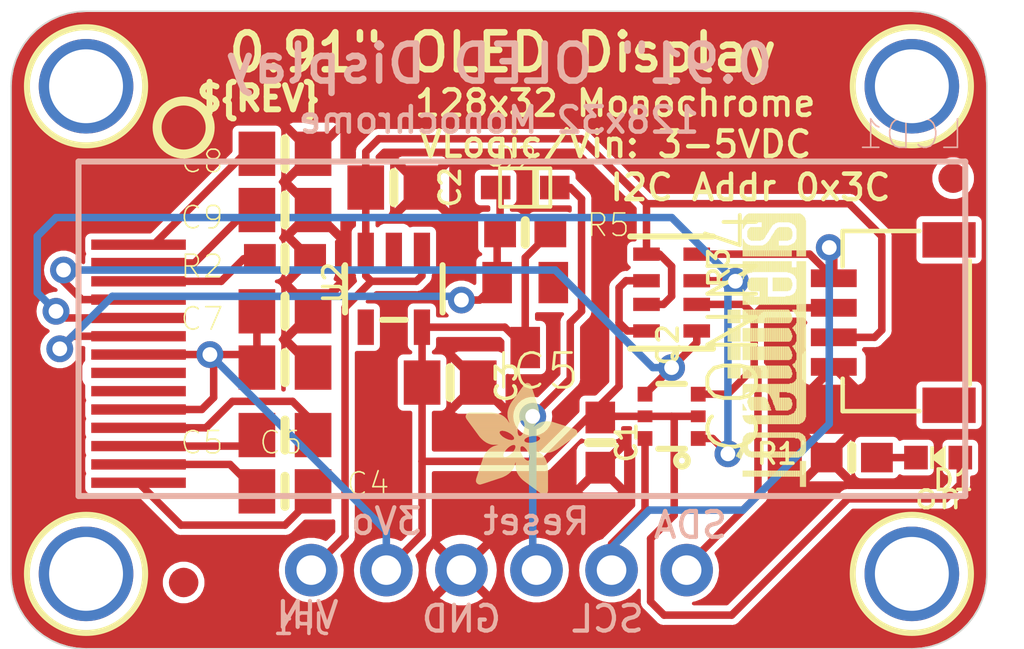
<source format=kicad_pcb>
(kicad_pcb (version 20221018) (generator pcbnew)
  (layers (0 "F.Cu" signal) (31 "B.Cu" signal) (34 "B.Paste" user) (35 "F.Paste" user) (36 "B.SilkS" user "B.Silkscreen") (37 "F.SilkS" user "F.Silkscreen") (38 "B.Mask" user) (39 "F.Mask" user) (44 "Edge.Cuts" user))
  (net 0 "")
  (net 1 "GND")
  (net 2 "SDA")
  (net 3 "SCL")
  (net 4 "SCL_3V")
  (net 5 "SDA_3V")
  (net 6 "3.3V")
  (net 7 "VCC")
  (net 8 "N$2")
  (net 9 "VBREF")
  (net 10 "N$1")
  (net 11 "N$3")
  (net 12 "N$4")
  (net 13 "N$5")
  (net 14 "N$6")
  (net 15 "N$7")
  (net 16 "N$8")
  (net 17 "RESET")
  (net 18 "RES_3V")
  (footprint "working:0603-NO" (layer "F.Cu") (at 141.2621 102.5906 180)
    (fp_text reference "R2" (at 2.032 -0.254) (layer "F.SilkS") (effects (font (size 0.75948 0.75948) (thickness 0.05332)) (justify right)))
    (fp_text value "390K")
    (pad "1" smd rect (at -0.85 0 180) (size 1.075 1) (layers "F.Cu" "F.Paste" "F.Mask") (net 1 "GND"))
    (pad "2" smd rect (at 0.85 0 180) (size 1.075 1) (layers "F.Cu" "F.Paste" "F.Mask") (net 15 "N$7"))
  )
  (footprint "working:0603-NO" (layer "F.Cu") (at 149.3901 101.7016)
    (fp_text reference "R5" (at 2.032 -0.254) (layer "F.SilkS") (effects (font (size 0.75948 0.75948) (thickness 0.05332)) (justify left)))
    (fp_text value "10K")
    (pad "1" smd rect (at -0.85 0) (size 1.075 1) (layers "F.Cu" "F.Paste" "F.Mask") (net 18 "RES_3V"))
    (pad "2" smd rect (at 0.85 0) (size 1.075 1) (layers "F.Cu" "F.Paste" "F.Mask") (net 6 "3.3V"))
  )
  (footprint "working:MOUNTINGHOLE_2.5_PLATED" (layer "F.Cu") (at 134.5311 96.7486 180)
    (fp_text reference "U$21" hide)
    (fp_text value "MOUNTINGHOLE2.5" hide)
    (pad "P$1" thru_hole circle (at 0 0 180) (size 3.2 3.2) (drill 2.5) (layers "*.Cu" "*.Mask"))
    (zone (net 0) (net_name "") (layer "F.Cu") (connect_pads (clearance 0)) (min_thickness 0.25)
      (keepout (tracks not_allowed) (vias not_allowed) (pads not_allowed) (copperpour not_allowed) (footprints allowed))
      (fill (thermal_gap 0.5) (thermal_bridge_width 0.5))
      (polygon (pts (xy 132.5151 96.7486) (xy 132.53472 97.029173) (xy 132.593196 97.304285) (xy 132.689392 97.568581) (xy 132.821435 97.816917) (xy 132.986754 98.04446) (xy 133.182133 98.24678) (xy 133.403767 98.41994) (xy 133.647344 98.560569) (xy 133.908122 98.66593) (xy 134.181025 98.733972) (xy 134.460743 98.763372) (xy 134.741829 98.753556) (xy 135.018815 98.704716) (xy 135.286307 98.617803) (xy 135.5391 98.494507) (xy 135.772274 98.33723) (xy 135.981289 98.149031) (xy 136.162078 97.933575) (xy 136.311122 97.695055) (xy 136.42552 97.438113) (xy 136.503046 97.16775) (xy 136.542189 96.889229) (xy 136.542189 96.607971) (xy 136.503046 96.32945) (xy 136.42552 96.059087) (xy 136.311122 95.802145) (xy 136.162078 95.563625) (xy 135.981289 95.348169) (xy 135.772274 95.15997) (xy 135.5391 95.002693) (xy 135.286307 94.879397) (xy 135.018815 94.792484) (xy 134.741829 94.743644) (xy 134.460743 94.733828) (xy 134.181025 94.763228) (xy 133.908122 94.83127) (xy 133.647344 94.936631) (xy 133.403767 95.07726) (xy 133.182133 95.25042) (xy 132.986754 95.45274) (xy 132.821435 95.680283) (xy 132.689392 95.928619) (xy 132.593196 96.192915) (xy 132.53472 96.468027)))
      (polygon (pts (xy 134.5471 96.7486) (xy 134.542414 96.737286) (xy 134.5311 96.7326) (xy 134.519786 96.737286) (xy 134.5151 96.7486) (xy 134.519786 96.759914) (xy 134.5311 96.7646) (xy 134.542414 96.759914)))
    )
  )
  (footprint "working:0805-NO" (layer "F.Cu") (at 146.8501 106.7816)
    (fp_text reference "C3" (at 1.905 -0.762 90) (layer "F.SilkS") (effects (font (size 0.692831 0.692831) (thickness 0.119969)) (justify right)))
    (fp_text value "10uF")
    (pad "1" smd rect (at -0.95 0) (size 1.24 1.5) (layers "F.Cu" "F.Paste" "F.Mask") (net 6 "3.3V"))
    (pad "2" smd rect (at 0.95 0) (size 1.24 1.5) (layers "F.Cu" "F.Paste" "F.Mask") (net 1 "GND"))
  )
  (footprint "working:CHIPLED_0603_NOOUTLINE" (layer "F.Cu") (at 163.3601 109.3216 90)
    (fp_text reference "D1" (at -0.762 1.27) (layer "F.SilkS") (effects (font (size 0.692831 0.692831) (thickness 0.119969)) (justify right)))
    (fp_text value "GREEN")
    (pad "A" smd rect (at 0 0.75 90) (size 0.8 0.8) (layers "F.Cu" "F.Paste" "F.Mask") (net 6 "3.3V"))
    (pad "C" smd rect (at 0 -0.75 90) (size 0.8 0.8) (layers "F.Cu" "F.Paste" "F.Mask") (net 8 "N$2"))
  )
  (footprint "working:FIDUCIAL_1MM" (layer "F.Cu") (at 163.8681 99.8601 180)
    (fp_text reference "FID3" hide)
    (fp_text value "FIDUCIAL_1MM" hide)
    (pad "1" smd roundrect (at 0 0 180) (size 1 1) (layers "F.Cu" "F.Mask") (roundrect_rratio 0.5))
  )
  (footprint "working:0805-NO" (layer "F.Cu") (at 141.2621 108.5596 180)
    (fp_text reference "C5" (at 2.032 -0.254) (layer "F.SilkS") (effects (font (size 0.75948 0.75948) (thickness 0.05332)) (justify right)))
    (fp_text value "1uF")
    (pad "1" smd rect (at -0.95 0 180) (size 1.24 1.5) (layers "F.Cu" "F.Paste" "F.Mask") (net 13 "N$5"))
    (pad "2" smd rect (at 0.95 0 180) (size 1.24 1.5) (layers "F.Cu" "F.Paste" "F.Mask") (net 12 "N$4"))
  )
  (footprint "working:ADAFRUIT_3.5MM" (layer "F.Cu") (at 147.3581 110.5916)
    (fp_text reference "U$22" hide)
    (fp_text value "" hide)
  )
  (footprint "working:0805-NO" (layer "F.Cu") (at 141.2621 110.4646)
    (fp_text reference "C4" (at 2.032 -0.254) (layer "F.SilkS") (effects (font (size 0.75948 0.75948) (thickness 0.05332)) (justify left)))
    (fp_text value "1uF")
    (pad "1" smd rect (at -0.95 0) (size 1.24 1.5) (layers "F.Cu" "F.Paste" "F.Mask") (net 11 "N$3"))
    (pad "2" smd rect (at 0.95 0) (size 1.24 1.5) (layers "F.Cu" "F.Paste" "F.Mask") (net 10 "N$1"))
  )
  (footprint "working:0805-NO" (layer "F.Cu") (at 141.2621 100.9396 180)
    (fp_text reference "C9" (at 2.032 -0.254) (layer "F.SilkS") (effects (font (size 0.75948 0.75948) (thickness 0.05332)) (justify right)))
    (fp_text value "10uF")
    (pad "1" smd rect (at -0.95 0 180) (size 1.24 1.5) (layers "F.Cu" "F.Paste" "F.Mask") (net 1 "GND"))
    (pad "2" smd rect (at 0.95 0 180) (size 1.24 1.5) (layers "F.Cu" "F.Paste" "F.Mask") (net 14 "N$6"))
  )
  (footprint "working:MOUNTINGHOLE_2.5_PLATED" (layer "F.Cu") (at 162.4711 96.7486 180)
    (fp_text reference "U$19" hide)
    (fp_text value "MOUNTINGHOLE2.5" hide)
    (pad "P$1" thru_hole circle (at 0 0 180) (size 3.2 3.2) (drill 2.5) (layers "*.Cu" "*.Mask"))
    (zone (net 0) (net_name "") (layer "F.Cu") (connect_pads (clearance 0)) (min_thickness 0.25)
      (keepout (tracks not_allowed) (vias not_allowed) (pads not_allowed) (copperpour not_allowed) (footprints allowed))
      (fill (thermal_gap 0.5) (thermal_bridge_width 0.5))
      (polygon (pts (xy 160.4551 96.7486) (xy 160.47472 97.029173) (xy 160.533196 97.304285) (xy 160.629392 97.568581) (xy 160.761435 97.816917) (xy 160.926754 98.04446) (xy 161.122133 98.24678) (xy 161.343767 98.41994) (xy 161.587344 98.560569) (xy 161.848122 98.66593) (xy 162.121025 98.733972) (xy 162.400743 98.763372) (xy 162.681829 98.753556) (xy 162.958815 98.704716) (xy 163.226307 98.617803) (xy 163.4791 98.494507) (xy 163.712274 98.33723) (xy 163.921289 98.149031) (xy 164.102078 97.933575) (xy 164.251122 97.695055) (xy 164.36552 97.438113) (xy 164.443046 97.16775) (xy 164.482189 96.889229) (xy 164.482189 96.607971) (xy 164.443046 96.32945) (xy 164.36552 96.059087) (xy 164.251122 95.802145) (xy 164.102078 95.563625) (xy 163.921289 95.348169) (xy 163.712274 95.15997) (xy 163.4791 95.002693) (xy 163.226307 94.879397) (xy 162.958815 94.792484) (xy 162.681829 94.743644) (xy 162.400743 94.733828) (xy 162.121025 94.763228) (xy 161.848122 94.83127) (xy 161.587344 94.936631) (xy 161.343767 95.07726) (xy 161.122133 95.25042) (xy 160.926754 95.45274) (xy 160.761435 95.680283) (xy 160.629392 95.928619) (xy 160.533196 96.192915) (xy 160.47472 96.468027)))
      (polygon (pts (xy 162.4871 96.7486) (xy 162.482414 96.737286) (xy 162.4711 96.7326) (xy 162.459786 96.737286) (xy 162.4551 96.7486) (xy 162.459786 96.759914) (xy 162.4711 96.7646) (xy 162.482414 96.759914)))
    )
  )
  (footprint "working:JST_SH4" (layer "F.Cu") (at 162.3441 104.7496 90)
    (fp_text reference "CONN4" (at -4.6 -5.9 90) (layer "F.SilkS") (effects (font (size 1.647139 1.647139) (thickness 0.130861)) (justify left)))
    (fp_text value "STEMMA_I2C_QT" hide)
    (pad "1" smd rect (at -1.5 -2.514 180) (size 1.55 0.6) (layers "F.Cu" "F.Paste" "F.Mask") (net 1 "GND"))
    (pad "2" smd rect (at -0.5 -2.514 180) (size 1.55 0.6) (layers "F.Cu" "F.Paste" "F.Mask") (net 7 "VCC"))
    (pad "3" smd rect (at 0.5 -2.514 180) (size 1.55 0.6) (layers "F.Cu" "F.Paste" "F.Mask") (net 2 "SDA"))
    (pad "4" smd rect (at 1.5 -2.514 180) (size 1.55 0.6) (layers "F.Cu" "F.Paste" "F.Mask") (net 3 "SCL"))
    (pad "MT1" smd rect (at -2.8 1.386 180) (size 1.8 1.2) (layers "F.Cu" "F.Paste" "F.Mask"))
    (pad "MT2" smd rect (at 2.8 1.386 180) (size 1.8 1.2) (layers "F.Cu" "F.Paste" "F.Mask"))
  )
  (footprint "working:SOT23-5" (layer "F.Cu") (at 144.9451 103.6066 180)
    (fp_text reference "U2" (at 2.032 -0.562 90) (layer "F.SilkS") (effects (font (size 0.692831 0.692831) (thickness 0.119969)) (justify left)))
    (fp_text value "AP2112K-3.3")
    (pad "1" smd rect (at -0.95 1.3001 180) (size 0.55 1.2) (layers "F.Cu" "F.Paste" "F.Mask") (net 7 "VCC"))
    (pad "2" smd rect (at 0 1.3001 180) (size 0.55 1.2) (layers "F.Cu" "F.Paste" "F.Mask") (net 1 "GND"))
    (pad "3" smd rect (at 0.95 1.3001 180) (size 0.55 1.2) (layers "F.Cu" "F.Paste" "F.Mask") (net 7 "VCC"))
    (pad "4" smd rect (at 0.95 -1.3001 180) (size 0.55 1.2) (layers "F.Cu" "F.Paste" "F.Mask"))
    (pad "5" smd rect (at -0.95 -1.3001 180) (size 0.55 1.2) (layers "F.Cu" "F.Paste" "F.Mask") (net 6 "3.3V"))
  )
  (footprint "working:SOT363" (layer "F.Cu") (at 154.3431 107.9246 90)
    (fp_text reference "Q2" (at 1.651 -0.127 90) (layer "F.SilkS") (effects (font (size 0.692831 0.692831) (thickness 0.119969)) (justify left)))
    (fp_text value "BSS138")
    (pad "1" smd rect (at -0.75 0.9 90) (size 0.5 0.5) (layers "F.Cu" "F.Paste" "F.Mask") (net 4 "SCL_3V"))
    (pad "2" smd rect (at 0 0.9 90) (size 0.4 0.5) (layers "F.Cu" "F.Paste" "F.Mask") (net 6 "3.3V"))
    (pad "3" smd rect (at 0.75 0.9 90) (size 0.5 0.5) (layers "F.Cu" "F.Paste" "F.Mask") (net 2 "SDA"))
    (pad "4" smd rect (at 0.75 -0.9 90) (size 0.5 0.5) (layers "F.Cu" "F.Paste" "F.Mask") (net 5 "SDA_3V"))
    (pad "5" smd rect (at 0 -0.9 90) (size 0.4 0.5) (layers "F.Cu" "F.Paste" "F.Mask") (net 6 "3.3V"))
    (pad "6" smd rect (at -0.75 -0.9 90) (size 0.5 0.5) (layers "F.Cu" "F.Paste" "F.Mask") (net 3 "SCL"))
  )
  (footprint "working:SOD-323F" (layer "F.Cu") (at 149.3901 100.1776)
    (fp_text reference "D2" (at -1.1 -1) (layer "F.SilkS") (effects (font (size 0.752978 0.752978) (thickness 0.059822)) (justify left)))
    (fp_text value "1N4148")
    (pad "A" smd rect (at -1 0) (size 1 0.8) (layers "F.Cu" "F.Paste" "F.Mask") (net 18 "RES_3V"))
    (pad "C" smd rect (at 1 0) (size 1 0.8) (layers "F.Cu" "F.Paste" "F.Mask") (net 17 "RESET"))
  )
  (footprint "working:RESPACK_4X0603" (layer "F.Cu") (at 154.3431 103.7336 -90)
    (fp_text reference "R3" (at -1.6 -1.6 90) (layer "F.SilkS") (effects (font (size 0.692831 0.692831) (thickness 0.119969)) (justify right)))
    (fp_text value "10K")
    (pad "1" smd rect (at -1.3 0.85 270) (size 0.45 0.9) (layers "F.Cu" "F.Paste" "F.Mask") (net 7 "VCC"))
    (pad "2" smd rect (at -0.4 0.85 270) (size 0.45 0.9) (layers "F.Cu" "F.Paste" "F.Mask") (net 6 "3.3V"))
    (pad "3" smd rect (at 0.4 0.85 270) (size 0.45 0.9) (layers "F.Cu" "F.Paste" "F.Mask") (net 7 "VCC"))
    (pad "4" smd rect (at 1.3 0.85 270) (size 0.45 0.9) (layers "F.Cu" "F.Paste" "F.Mask") (net 6 "3.3V"))
    (pad "5" smd rect (at 1.3 -0.85 270) (size 0.45 0.9) (layers "F.Cu" "F.Paste" "F.Mask") (net 5 "SDA_3V"))
    (pad "6" smd rect (at 0.4 -0.85 270) (size 0.45 0.9) (layers "F.Cu" "F.Paste" "F.Mask") (net 2 "SDA"))
    (pad "7" smd rect (at -0.4 -0.85 270) (size 0.45 0.9) (layers "F.Cu" "F.Paste" "F.Mask") (net 4 "SCL_3V"))
    (pad "8" smd rect (at -1.3 -0.85 270) (size 0.45 0.9) (layers "F.Cu" "F.Paste" "F.Mask") (net 3 "SCL"))
  )
  (footprint "working:FIDUCIAL_1MM" (layer "F.Cu") (at 137.8331 113.5507 180)
    (fp_text reference "FID4" hide)
    (fp_text value "FIDUCIAL_1MM" hide)
    (pad "1" smd roundrect (at 0 0 180) (size 1 1) (layers "F.Cu" "F.Mask") (roundrect_rratio 0.5))
  )
  (footprint "working:MOUNTINGHOLE_2.5_PLATED" (layer "F.Cu") (at 134.5311 113.2586 180)
    (fp_text reference "U$17" hide)
    (fp_text value "MOUNTINGHOLE2.5" hide)
    (pad "P$1" thru_hole circle (at 0 0 180) (size 3.2 3.2) (drill 2.5) (layers "*.Cu" "*.Mask"))
    (zone (net 0) (net_name "") (layer "F.Cu") (connect_pads (clearance 0)) (min_thickness 0.25)
      (keepout (tracks not_allowed) (vias not_allowed) (pads not_allowed) (copperpour not_allowed) (footprints allowed))
      (fill (thermal_gap 0.5) (thermal_bridge_width 0.5))
      (polygon (pts (xy 132.5151 113.2586) (xy 132.53472 113.539173) (xy 132.593196 113.814285) (xy 132.689392 114.078581) (xy 132.821435 114.326917) (xy 132.986754 114.55446) (xy 133.182133 114.75678) (xy 133.403767 114.92994) (xy 133.647344 115.070569) (xy 133.908122 115.17593) (xy 134.181025 115.243972) (xy 134.460743 115.273372) (xy 134.741829 115.263556) (xy 135.018815 115.214716) (xy 135.286307 115.127803) (xy 135.5391 115.004507) (xy 135.772274 114.84723) (xy 135.981289 114.659031) (xy 136.162078 114.443575) (xy 136.311122 114.205055) (xy 136.42552 113.948113) (xy 136.503046 113.67775) (xy 136.542189 113.399229) (xy 136.542189 113.117971) (xy 136.503046 112.83945) (xy 136.42552 112.569087) (xy 136.311122 112.312145) (xy 136.162078 112.073625) (xy 135.981289 111.858169) (xy 135.772274 111.66997) (xy 135.5391 111.512693) (xy 135.286307 111.389397) (xy 135.018815 111.302484) (xy 134.741829 111.253644) (xy 134.460743 111.243828) (xy 134.181025 111.273228) (xy 133.908122 111.34127) (xy 133.647344 111.446631) (xy 133.403767 111.58726) (xy 133.182133 111.76042) (xy 132.986754 111.96274) (xy 132.821435 112.190283) (xy 132.689392 112.438619) (xy 132.593196 112.702915) (xy 132.53472 112.978027)))
      (polygon (pts (xy 134.5471 113.2586) (xy 134.542414 113.247286) (xy 134.5311 113.2426) (xy 134.519786 113.247286) (xy 134.5151 113.2586) (xy 134.519786 113.269914) (xy 134.5311 113.2746) (xy 134.542414 113.269914)))
    )
  )
  (footprint "working:0603-NO" (layer "F.Cu") (at 160.4391 109.3216 180)
    (fp_text reference "R1" (at 1.778 0.127) (layer "F.SilkS") (effects (font (size 0.692831 0.692831) (thickness 0.119969)) (justify right)))
    (fp_text value "10K")
    (pad "1" smd rect (at -0.85 0 180) (size 1.075 1) (layers "F.Cu" "F.Paste" "F.Mask") (net 8 "N$2"))
    (pad "2" smd rect (at 0.85 0 180) (size 1.075 1) (layers "F.Cu" "F.Paste" "F.Mask") (net 1 "GND"))
  )
  (footprint "working:0603-NO" (layer "F.Cu") (at 151.9301 108.8136 -90)
    (fp_text reference "C1" (at -0.762 -0.889 90) (layer "F.SilkS") (effects (font (size 0.692831 0.692831) (thickness 0.119969)) (justify right)))
    (fp_text value "0.1uF")
    (pad "1" smd rect (at -0.85 0 270) (size 1.075 1) (layers "F.Cu" "F.Paste" "F.Mask") (net 6 "3.3V"))
    (pad "2" smd rect (at 0.85 0 270) (size 1.075 1) (layers "F.Cu" "F.Paste" "F.Mask") (net 1 "GND"))
  )
  (footprint "working:SOT23" (layer "F.Cu") (at 149.3901 104.4956 180)
    (fp_text reference "IC5" (at -1.905 -1.905) (layer "F.SilkS") (effects (font (size 1.176528 1.176528) (thickness 0.093472)) (justify right)))
    (fp_text value "APX803")
    (pad "1" smd rect (at -0.95 1.1 180) (size 1 1.4) (layers "F.Cu" "F.Paste" "F.Mask") (net 1 "GND"))
    (pad "2" smd rect (at 0.95 1.1 180) (size 1 1.4) (layers "F.Cu" "F.Paste" "F.Mask") (net 18 "RES_3V"))
    (pad "3" smd rect (at 0 -1.1 180) (size 1 1.4) (layers "F.Cu" "F.Paste" "F.Mask") (net 6 "3.3V"))
  )
  (footprint "working:PCBFEAT-REV-040" (layer "F.Cu") (at 137.8331 98.1456 180)
    (fp_text reference "U$25" hide)
    (fp_text value "" hide)
    (fp_text user "${REV}" (at -0.3556 0.508 180) (layer "F.SilkS") (effects (font (size 0.8128 0.8128) (thickness 0.2032)) (justify left bottom)))
  )
  (footprint "working:0805-NO" (layer "F.Cu") (at 144.9451 100.1776)
    (fp_text reference "C2" (at 1.905 -0.762 90) (layer "F.SilkS") (effects (font (size 0.692831 0.692831) (thickness 0.119969)) (justify right)))
    (fp_text value "10uF")
    (pad "1" smd rect (at -0.95 0) (size 1.24 1.5) (layers "F.Cu" "F.Paste" "F.Mask") (net 7 "VCC"))
    (pad "2" smd rect (at 0.95 0) (size 1.24 1.5) (layers "F.Cu" "F.Paste" "F.Mask") (net 1 "GND"))
  )
  (footprint "working:0805-NO" (layer "F.Cu") (at 141.2621 99.0346 180)
    (fp_text reference "C8" (at 2.032 -0.254) (layer "F.SilkS") (effects (font (size 0.75948 0.75948) (thickness 0.05332)) (justify right)))
    (fp_text value "10uF")
    (pad "1" smd rect (at -0.95 0 180) (size 1.24 1.5) (layers "F.Cu" "F.Paste" "F.Mask") (net 1 "GND"))
    (pad "2" smd rect (at 0.95 0 180) (size 1.24 1.5) (layers "F.Cu" "F.Paste" "F.Mask") (net 16 "N$8"))
  )
  (footprint "working:0805-NO" (layer "F.Cu") (at 141.2621 104.3686 180)
    (fp_text reference "C7" (at 2.032 -0.254) (layer "F.SilkS") (effects (font (size 0.75948 0.75948) (thickness 0.05332)) (justify right)))
    (fp_text value "1uF")
    (pad "1" smd rect (at -0.95 0 180) (size 1.24 1.5) (layers "F.Cu" "F.Paste" "F.Mask") (net 1 "GND"))
    (pad "2" smd rect (at 0.95 0 180) (size 1.24 1.5) (layers "F.Cu" "F.Paste" "F.Mask") (net 6 "3.3V"))
  )
  (footprint "working:STEMMAQT" (layer "F.Cu") (at 156.2481 101.0666 -90)
    (fp_text reference "U$31" hide)
    (fp_text value "" hide)
  )
  (footprint "working:0805-NO" (layer "F.Cu") (at 141.2621 106.2736 180)
    (fp_text reference "C6" (at -0.635 -2.54) (layer "F.SilkS") (effects (font (size 0.75948 0.75948) (thickness 0.05332)) (justify right)))
    (fp_text value "1uF")
    (pad "1" smd rect (at -0.95 0 180) (size 1.24 1.5) (layers "F.Cu" "F.Paste" "F.Mask") (net 1 "GND"))
    (pad "2" smd rect (at 0.95 0 180) (size 1.24 1.5) (layers "F.Cu" "F.Paste" "F.Mask") (net 6 "3.3V"))
  )
  (footprint "working:MOUNTINGHOLE_2.5_PLATED" (layer "F.Cu") (at 162.4711 113.2586 180)
    (fp_text reference "U$1" hide)
    (fp_text value "MOUNTINGHOLE2.5" hide)
    (pad "P$1" thru_hole circle (at 0 0 180) (size 3.2 3.2) (drill 2.5) (layers "*.Cu" "*.Mask"))
    (zone (net 0) (net_name "") (layer "F.Cu") (connect_pads (clearance 0)) (min_thickness 0.25)
      (keepout (tracks not_allowed) (vias not_allowed) (pads not_allowed) (copperpour not_allowed) (footprints allowed))
      (fill (thermal_gap 0.5) (thermal_bridge_width 0.5))
      (polygon (pts (xy 160.4551 113.2586) (xy 160.47472 113.539173) (xy 160.533196 113.814285) (xy 160.629392 114.078581) (xy 160.761435 114.326917) (xy 160.926754 114.55446) (xy 161.122133 114.75678) (xy 161.343767 114.92994) (xy 161.587344 115.070569) (xy 161.848122 115.17593) (xy 162.121025 115.243972) (xy 162.400743 115.273372) (xy 162.681829 115.263556) (xy 162.958815 115.214716) (xy 163.226307 115.127803) (xy 163.4791 115.004507) (xy 163.712274 114.84723) (xy 163.921289 114.659031) (xy 164.102078 114.443575) (xy 164.251122 114.205055) (xy 164.36552 113.948113) (xy 164.443046 113.67775) (xy 164.482189 113.399229) (xy 164.482189 113.117971) (xy 164.443046 112.83945) (xy 164.36552 112.569087) (xy 164.251122 112.312145) (xy 164.102078 112.073625) (xy 163.921289 111.858169) (xy 163.712274 111.66997) (xy 163.4791 111.512693) (xy 163.226307 111.389397) (xy 162.958815 111.302484) (xy 162.681829 111.253644) (xy 162.400743 111.243828) (xy 162.121025 111.273228) (xy 161.848122 111.34127) (xy 161.587344 111.446631) (xy 161.343767 111.58726) (xy 161.122133 111.76042) (xy 160.926754 111.96274) (xy 160.761435 112.190283) (xy 160.629392 112.438619) (xy 160.533196 112.702915) (xy 160.47472 112.978027)))
      (polygon (pts (xy 162.4871 113.2586) (xy 162.482414 113.247286) (xy 162.4711 113.2426) (xy 162.459786 113.247286) (xy 162.4551 113.2586) (xy 162.459786 113.269914) (xy 162.4711 113.2746) (xy 162.482414 113.269914)))
    )
  )
  (footprint "working:UG-2832HSWEG02_WRAPUNDER" (layer "B.Cu") (at 134.2771 104.8726 180)
    (fp_text reference "LCD1" (at -30 6.5) (layer "B.SilkS") (effects (font (size 0.96268 0.96268) (thickness 0.05332)) (justify left mirror)))
    (fp_text value "")
    (pad "1" smd rect (at -2.03 -5.3) (size 3.2 0.35) (layers "F.Cu" "F.Mask") (net 10 "N$1"))
    (pad "2" smd rect (at -2.03 -4.68) (size 3.2 0.35) (layers "F.Cu" "F.Mask") (net 11 "N$3"))
    (pad "3" smd rect (at -2.03 -4.06) (size 3.2 0.35) (layers "F.Cu" "F.Mask") (net 12 "N$4"))
    (pad "4" smd rect (at -2.03 -3.44) (size 3.2 0.35) (layers "F.Cu" "F.Mask") (net 13 "N$5"))
    (pad "5" smd rect (at -2.03 -2.82) (size 3.2 0.35) (layers "F.Cu" "F.Mask") (net 6 "3.3V"))
    (pad "6" smd rect (at -2.03 -2.2) (size 3.2 0.35) (layers "F.Cu" "F.Mask") (net 9 "VBREF"))
    (pad "7" smd rect (at -2.03 -1.58) (size 3.2 0.35) (layers "F.Cu" "F.Mask") (net 1 "GND"))
    (pad "8" smd rect (at -2.03 -0.96) (size 3.2 0.35) (layers "F.Cu" "F.Mask") (net 6 "3.3V"))
    (pad "9" smd rect (at -2.03 -0.34) (size 3.2 0.35) (layers "F.Cu" "F.Mask") (net 18 "RES_3V"))
    (pad "10" smd rect (at -2.03 0.28) (size 3.2 0.35) (layers "F.Cu" "F.Mask") (net 4 "SCL_3V"))
    (pad "11" smd rect (at -2.03 0.9) (size 3.2 0.35) (layers "F.Cu" "F.Mask") (net 5 "SDA_3V"))
    (pad "12" smd rect (at -2.03 1.52) (size 3.2 0.35) (layers "F.Cu" "F.Mask") (net 15 "N$7"))
    (pad "13" smd rect (at -2.03 2.14) (size 3.2 0.35) (layers "F.Cu" "F.Mask") (net 14 "N$6"))
    (pad "14" smd rect (at -2.03 2.76) (size 3.2 0.35) (layers "F.Cu" "F.Mask") (net 16 "N$8"))
  )
  (footprint "working:1X06_ROUND_70" (layer "B.Cu") (at 148.5011 113.1316)
    (fp_text reference "JP1" (at -7.6962 1.8288) (layer "B.SilkS") (effects (font (size 0.692831 0.692831) (thickness 0.119969)) (justify right mirror)))
    (fp_text value "")
    (pad "1" thru_hole circle (at -6.35 0 270) (size 1.778 1.778) (drill 1) (layers "*.Cu" "*.Mask") (net 7 "VCC"))
    (pad "2" thru_hole circle (at -3.81 0 270) (size 1.778 1.778) (drill 1) (layers "*.Cu" "*.Mask") (net 6 "3.3V"))
    (pad "3" thru_hole circle (at -1.27 0 270) (size 1.778 1.778) (drill 1) (layers "*.Cu" "*.Mask") (net 1 "GND"))
    (pad "4" thru_hole circle (at 1.27 0 270) (size 1.778 1.778) (drill 1) (layers "*.Cu" "*.Mask") (net 17 "RESET"))
    (pad "5" thru_hole circle (at 3.81 0 270) (size 1.778 1.778) (drill 1) (layers "*.Cu" "*.Mask") (net 3 "SCL"))
    (pad "6" thru_hole circle (at 6.35 0 270) (size 1.778 1.778) (drill 1) (layers "*.Cu" "*.Mask") (net 2 "SDA"))
  )
  (gr_arc (start 165.0111 113.2586) (mid 164.267151 115.054651) (end 162.4711 115.7986) (stroke (width 0.05)) (layer "Edge.Cuts"))
  (gr_line (start 131.9911 96.7486) (end 131.9911 113.2586) (stroke (width 0.05)) (layer "Edge.Cuts"))
  (gr_arc (start 131.9911 96.7486) (mid 132.735049 94.952549) (end 134.5311 94.2086) (stroke (width 0.05)) (layer "Edge.Cuts"))
  (gr_arc (start 162.4711 94.2086) (mid 164.267151 94.952549) (end 165.0111 96.7486) (stroke (width 0.05)) (layer "Edge.Cuts"))
  (gr_line (start 162.4711 94.2086) (end 134.5311 94.2086) (stroke (width 0.05)) (layer "Edge.Cuts"))
  (gr_arc (start 134.5311 115.7986) (mid 132.735049 115.054651) (end 131.9911 113.2586) (stroke (width 0.05)) (layer "Edge.Cuts"))
  (gr_line (start 165.0111 113.2586) (end 165.0111 96.7486) (stroke (width 0.05)) (layer "Edge.Cuts"))
  (gr_line (start 134.5311 115.7986) (end 162.4711 115.7986) (stroke (width 0.05)) (layer "Edge.Cuts"))
  (gr_text "3Vo" (at 144.6911 111.4806) (layer "B.SilkS") (effects (font (size 0.87376 0.87376) (thickness 0.14224)) (justify mirror)))
  (gr_text "0.91\" OLED Display" (at 148.5011 95.9866) (layer "B.SilkS") (effects (font (size 1.25222 1.25222) (thickness 0.22098)) (justify mirror)))
  (gr_text "GND" (at 147.2311 114.7826) (layer "B.SilkS") (effects (font (size 0.87376 0.87376) (thickness 0.14224)) (justify mirror)))
  (gr_text "VIN" (at 142.0241 114.6556) (layer "B.SilkS") (effects (font (size 0.87376 0.87376) (thickness 0.14224)) (justify mirror)))
  (gr_text "SCL" (at 152.1841 114.7826) (layer "B.SilkS") (effects (font (size 0.87376 0.87376) (thickness 0.14224)) (justify mirror)))
  (gr_text "128x32 Monochrome" (at 148.5011 97.8916) (layer "B.SilkS") (effects (font (size 0.8636 0.8636) (thickness 0.1524)) (justify mirror)))
  (gr_text "Reset" (at 149.7711 111.4806) (layer "B.SilkS") (effects (font (size 0.87376 0.87376) (thickness 0.14224)) (justify mirror)))
  (gr_text "SDA" (at 154.9781 111.6076) (layer "B.SilkS") (effects (font (size 0.87376 0.87376) (thickness 0.14224)) (justify mirror)))
  (gr_text "I2C Addr 0x3C" (at 157.0101 100.1776) (layer "F.SilkS") (effects (font (size 0.8636 0.8636) (thickness 0.1524))))
  (gr_text "128x32 Monochrome\nVLogic/Vin: 3-5VDC" (at 152.4381 98.0186) (layer "F.SilkS") (effects (font (size 0.8636 0.8636) (thickness 0.1524))))
  (gr_text "on" (at 164.2491 110.0836) (layer "F.SilkS") (effects (font (size 0.89408 0.89408) (thickness 0.12192)) (justify right top)))
  (gr_text "0.91\" OLED Display" (at 148.6281 95.6056) (layer "F.SilkS") (effects (font (size 1.25222 1.25222) (thickness 0.22098))))
  (segment (start 157.2641 110.5916) (end 157.2641 106.4006) (width 0.254) (layer "F.Cu") (net 2))
  (segment (start 157.2641 106.4006) (end 157.1371 106.2736) (width 0.254) (layer "F.Cu") (net 2))
  (segment (start 154.8511 113.1316) (end 154.8511 113.0046) (width 0.254) (layer "F.Cu") (net 2))
  (segment (start 155.2431 107.1746) (end 156.2361 107.1746) (width 0.254) (layer "F.Cu") (net 2))
  (segment (start 155.1931 104.1336) (end 156.7751 104.1336) (width 0.254) (layer "F.Cu") (net 2))
  (segment (start 157.2641 110.5916) (end 154.8511 113.0046) (width 0.254) (layer "F.Cu") (net 2))
  (segment (start 157.3831 104.2496) (end 159.8301 104.2496) (width 0.254) (layer "F.Cu") (net 2))
  (segment (start 156.7751 104.1336) (end 157.1371 104.4956) (width 0.254) (layer "F.Cu") (net 2))
  (segment (start 157.1371 106.2736) (end 157.1371 104.4956) (width 0.254) (layer "F.Cu") (net 2))
  (segment (start 156.2361 107.1746) (end 157.1371 106.2736) (width 0.254) (layer "F.Cu") (net 2))
  (segment (start 157.1371 104.4956) (end 157.3831 104.2496) (width 0.254) (layer "F.Cu") (net 2))
  (segment (start 159.8301 103.2496) (end 159.8301 102.3626) (width 0.254) (layer "F.Cu") (net 3))
  (segment (start 152.3111 112.2426) (end 152.3111 113.1316) (width 0.254) (layer "F.Cu") (net 3))
  (segment (start 153.4431 108.6746) (end 153.4431 111.1106) (width 0.254) (layer "F.Cu") (net 3))
  (segment (start 155.1931 102.4336) (end 159.0141 102.4336) (width 0.254) (layer "F.Cu") (net 3))
  (segment (start 159.0141 102.4336) (end 159.8301 103.2496) (width 0.254) (layer "F.Cu") (net 3))
  (segment (start 159.8301 102.3626) (end 159.6771 102.2096) (width 0.254) (layer "F.Cu") (net 3))
  (segment (start 153.4431 111.1106) (end 152.3111 112.2426) (width 0.254) (layer "F.Cu") (net 3))
  (via (at 159.6771 102.2096) (size 0.9064) (drill 0.5) (layers "F.Cu" "B.Cu") (net 3))
  (segment (start 159.6771 102.2096) (end 159.6771 108.1786) (width 0.254) (layer "B.Cu") (net 3))
  (segment (start 153.5811 111.0996) (end 152.3111 112.3696) (width 0.254) (layer "B.Cu") (net 3))
  (segment (start 156.7561 111.0996) (end 153.5811 111.0996) (width 0.254) (layer "B.Cu") (net 3))
  (segment (start 159.6771 108.1786) (end 156.7561 111.0996) (width 0.254) (layer "B.Cu") (net 3))
  (segment (start 152.3111 112.3696) (end 152.3111 113.1316) (width 0.254) (layer "B.Cu") (net 3))
  (segment (start 133.6421 104.3686) (end 133.5151 104.3686) (width 0.254) (layer "F.Cu") (net 4))
  (segment (start 136.3071 104.5926) (end 133.8661 104.5926) (width 0.254) (layer "F.Cu") (net 4))
  (segment (start 133.8661 104.5926) (end 133.6421 104.3686) (width 0.254) (layer "F.Cu") (net 4))
  (segment (start 156.4855 103.3336) (end 155.1931 103.3336) (width 0.254) (layer "F.Cu") (net 4))
  (segment (start 155.7281 108.6746) (end 156.2481 109.1946) (width 0.254) (layer "F.Cu") (net 4))
  (segment (start 156.5021 103.3502) (end 156.4855 103.3336) (width 0.254) (layer "F.Cu") (net 4))
  (segment (start 155.2431 108.6746) (end 155.7281 108.6746) (width 0.254) (layer "F.Cu") (net 4))
  (via (at 156.2481 109.1946) (size 0.9064) (drill 0.5) (layers "F.Cu" "B.Cu") (net 4))
  (via (at 133.5151 104.3686) (size 0.9064) (drill 0.5) (layers "F.Cu" "B.Cu") (net 4))
  (via (at 156.5021 103.3502) (size 0.9064) (drill 0.5) (layers "F.Cu" "B.Cu") (net 4))
  (segment (start 132.8801 101.8286) (end 133.5151 101.1936) (width 0.254) (layer "B.Cu") (net 4))
  (segment (start 154.3455 101.1936) (end 156.5021 103.3502) (width 0.254) (layer "B.Cu") (net 4))
  (segment (start 133.5151 104.3686) (end 132.8801 103.7336) (width 0.254) (layer "B.Cu") (net 4))
  (segment (start 132.8801 103.7336) (end 132.8801 101.8286) (width 0.254) (layer "B.Cu") (net 4))
  (segment (start 133.5151 101.1936) (end 154.3455 101.1936) (width 0.254) (layer "B.Cu") (net 4))
  (segment (start 156.2481 103.6042) (end 156.5021 103.3502) (width 0.254) (layer "B.Cu") (net 4))
  (segment (start 156.2481 109.1946) (end 156.2481 103.6042) (width 0.254) (layer "B.Cu") (net 4))
  (segment (start 136.3071 103.9726) (end 134.3891 103.9726) (width 0.254) (layer "F.Cu") (net 5))
  (segment (start 153.4431 107.1746) (end 154.3436 106.2741) (width 0.254) (layer "F.Cu") (net 5))
  (segment (start 155.1931 105.4246) (end 155.1931 105.0336) (width 0.254) (layer "F.Cu") (net 5))
  (segment (start 154.3436 106.2741) (end 155.1931 105.4246) (width 0.254) (layer "F.Cu") (net 5))
  (segment (start 133.7691 103.3526) (end 133.7691 102.9716) (width 0.254) (layer "F.Cu") (net 5))
  (segment (start 134.3891 103.9726) (end 133.7691 103.3526) (width 0.254) (layer "F.Cu") (net 5))
  (via (at 154.3436 106.2741) (size 0.9064) (drill 0.5) (layers "F.Cu" "B.Cu") (net 5))
  (via (at 133.7691 102.9716) (size 0.9064) (drill 0.5) (layers "F.Cu" "B.Cu") (net 5))
  (segment (start 150.4061 102.9716) (end 153.7086 106.2741) (width 0.254) (layer "B.Cu") (net 5))
  (segment (start 153.7086 106.2741) (end 154.3436 106.2741) (width 0.254) (layer "B.Cu") (net 5))
  (segment (start 133.7691 102.9716) (end 150.4061 102.9716) (width 0.254) (layer "B.Cu") (net 5))
  (segment (start 140.3121 105.8926) (end 140.3121 104.3686) (width 0.254) (layer "F.Cu") (net 6))
  (segment (start 164.1101 110.2226) (end 163.6141 110.7186) (width 0.254) (layer "F.Cu") (net 6))
  (segment (start 163.6141 110.7186) (end 160.3121 110.7186) (width 0.254) (layer "F.Cu") (net 6))
  (segment (start 152.5651 103.5686) (end 152.8001 103.3336) (width 0.254) (layer "F.Cu") (net 6))
  (segment (start 160.3121 110.7186) (end 156.3751 114.6556) (width 0.254) (layer "F.Cu") (net 6))
  (segment (start 138.4461 107.6926) (end 138.8491 107.2896) (width 0.254) (layer "F.Cu") (net 6))
  (segment (start 153.4431 107.9246) (end 152.4381 107.9246) (width 0.254) (layer "F.Cu") (net 6))
  (segment (start 140.3121 106.2736) (end 140.3121 105.8926) (width 0.254) (layer "F.Cu") (net 6))
  (segment (start 151.9301 107.9636) (end 151.9691 107.9246) (width 0.254) (layer "F.Cu") (net 6))
  (segment (start 149.3901 105.5956) (end 148.7012 104.9067) (width 0.254) (layer "F.Cu") (net 6))
  (segment (start 153.6319 114.1984) (end 153.6319 112.0648) (width 0.254) (layer "F.Cu") (net 6))
  (segment (start 154.4311 108.0126) (end 154.3431 107.9246) (width 0.254) (layer "F.Cu") (net 6))
  (segment (start 152.5651 106.9086) (end 152.5651 104.7496) (width 0.254) (layer "F.Cu") (net 6))
  (segment (start 150.0251 109.4486) (end 151.9301 107.5436) (width 0.254) (layer "F.Cu") (net 6))
  (segment (start 155.2431 107.9246) (end 154.3431 107.9246) (width 0.254) (layer "F.Cu") (net 6))
  (segment (start 151.9691 107.9246) (end 152.3111 107.9246) (width 0.254) (layer "F.Cu") (net 6))
  (segment (start 153.4931 105.0336) (end 152.8491 105.0336) (width 0.254) (layer "F.Cu") (net 6))
  (segment (start 145.9001 109.4486) (end 145.9001 111.9226) (width 0.254) (layer "F.Cu") (net 6))
  (segment (start 156.3751 114.6556) (end 154.0891 114.6556) (width 0.254) (layer "F.Cu") (net 6))
  (segment (start 138.8491 105.8326) (end 138.7221 105.8326) (width 0.254) (layer "F.Cu") (net 6))
  (segment (start 140.2521 105.8326) (end 138.8491 105.8326) (width 0.254) (layer "F.Cu") (net 6))
  (segment (start 145.9001 109.4486) (end 150.0251 109.4486) (width 0.254) (layer "F.Cu") (net 6))
  (segment (start 140.3121 105.8926) (end 140.2521 105.8326) (width 0.254) (layer "F.Cu") (net 6))
  (segment (start 148.7012 104.9067) (end 145.8951 104.9067) (width 0.254) (layer "F.Cu") (net 6))
  (segment (start 153.4931 103.3336) (end 152.8001 103.3336) (width 0.254) (layer "F.Cu") (net 6))
  (segment (start 164.1101 109.3216) (end 164.1101 110.2226) (width 0.254) (layer "F.Cu") (net 6))
  (segment (start 145.9001 106.7816) (end 145.9001 109.4486) (width 0.254) (layer "F.Cu") (net 6))
  (segment (start 149.3901 102.5516) (end 149.3901 105.5956) (width 0.254) (layer "F.Cu") (net 6))
  (segment (start 154.4311 111.2656) (end 154.4311 108.0126) (width 0.254) (layer "F.Cu") (net 6))
  (segment (start 154.3431 107.9246) (end 153.4431 107.9246) (width 0.254) (layer "F.Cu") (net 6))
  (segment (start 152.4381 107.9246) (end 152.3111 107.9246) (width 0.254) (layer "F.Cu") (net 6))
  (segment (start 152.3111 107.9246) (end 151.9301 107.5436) (width 0.254) (layer "F.Cu") (net 6))
  (segment (start 152.8491 105.0336) (end 152.5651 104.7496) (width 0.254) (layer "F.Cu") (net 6))
  (segment (start 150.2401 101.7016) (end 149.3901 102.5516) (width 0.254) (layer "F.Cu") (net 6))
  (segment (start 145.8951 104.9067) (end 145.9001 104.9117) (width 0.254) (layer "F.Cu") (net 6))
  (segment (start 145.9001 104.9117) (end 145.9001 106.7816) (width 0.254) (layer "F.Cu") (net 6))
  (segment (start 138.8491 107.2896) (end 138.8491 105.8326) (width 0.254) (layer "F.Cu") (net 6))
  (segment (start 153.6319 112.0648) (end 154.4311 111.2656) (width 0.254) (layer "F.Cu") (net 6))
  (segment (start 136.3071 107.6926) (end 138.4461 107.6926) (width 0.254) (layer "F.Cu") (net 6))
  (segment (start 145.9001 111.9226) (end 144.6911 113.1316) (width 0.254) (layer "F.Cu") (net 6))
  (segment (start 136.3071 105.8326) (end 138.7221 105.8326) (width 0.254) (layer "F.Cu") (net 6))
  (segment (start 154.0891 114.6556) (end 153.6319 114.1984) (width 0.254) (layer "F.Cu") (net 6))
  (segment (start 152.5651 104.7496) (end 152.5651 103.5686) (width 0.254) (layer "F.Cu") (net 6))
  (segment (start 151.9301 107.5436) (end 152.5651 106.9086) (width 0.254) (layer "F.Cu") (net 6))
  (via (at 138.7221 105.8326) (size 0.9064) (drill 0.5) (layers "F.Cu" "B.Cu") (net 6))
  (segment (start 138.7221 105.8326) (end 144.6911 111.8016) (width 0.254) (layer "B.Cu") (net 6))
  (segment (start 144.6911 111.8016) (end 144.6911 113.1316) (width 0.254) (layer "B.Cu") (net 6))
  (segment (start 143.2941 104.2416) (end 143.2941 111.9886) (width 0.254) (layer "F.Cu") (net 7))
  (segment (start 143.9951 102.3065) (end 143.9951 103.1646) (width 0.254) (layer "F.Cu") (net 7))
  (segment (start 145.7071 103.3526) (end 145.8951 103.1646) (width 0.254) (layer "F.Cu") (net 7))
  (segment (start 153.4931 100.7246) (end 153.4931 102.4336) (width 0.254) (layer "F.Cu") (net 7))
  (segment (start 144.4371 98.5266) (end 151.2951 98.5266) (width 0.254) (layer "F.Cu") (net 7))
  (segment (start 153.4931 102.4336) (end 153.9321 102.4336) (width 0.254) (layer "F.Cu") (net 7))
  (segment (start 144.1831 103.3526) (end 145.7071 103.3526) (width 0.254) (layer "F.Cu") (net 7))
  (segment (start 143.9951 103.1646) (end 144.1831 103.3526) (width 0.254) (layer "F.Cu") (net 7))
  (segment (start 145.8951 102.3065) (end 145.8951 103.1646) (width 0.254) (layer "F.Cu") (net 7))
  (segment (start 153.9321 102.4336) (end 154.3431 102.8446) (width 0.254) (layer "F.Cu") (net 7))
  (segment (start 159.8301 105.2496) (end 161.2091 105.2496) (width 0.254) (layer "F.Cu") (net 7))
  (segment (start 151.2951 98.5266) (end 153.4931 100.7246) (width 0.254) (layer "F.Cu") (net 7))
  (segment (start 160.3511 100.7246) (end 153.4931 100.7246) (width 0.254) (layer "F.Cu") (net 7))
  (segment (start 161.4551 101.8286) (end 160.3511 100.7246) (width 0.254) (layer "F.Cu") (net 7))
  (segment (start 154.0701 104.1336) (end 153.4931 104.1336) (width 0.254) (layer "F.Cu") (net 7))
  (segment (start 161.2091 105.2496) (end 161.4551 105.0036) (width 0.254) (layer "F.Cu") (net 7))
  (segment (start 143.2941 111.9886) (end 142.1511 113.1316) (width 0.254) (layer "F.Cu") (net 7))
  (segment (start 144.1831 103.3526) (end 143.2941 104.2416) (width 0.254) (layer "F.Cu") (net 7))
  (segment (start 143.9951 98.9686) (end 144.4371 98.5266) (width 0.254) (layer "F.Cu") (net 7))
  (segment (start 154.3431 103.8606) (end 154.0701 104.1336) (width 0.254) (layer "F.Cu") (net 7))
  (segment (start 143.9951 100.1776) (end 143.9951 102.3065) (width 0.254) (layer "F.Cu") (net 7))
  (segment (start 161.4551 105.0036) (end 161.4551 101.8286) (width 0.254) (layer "F.Cu") (net 7))
  (segment (start 143.9951 100.1776) (end 143.9951 98.9686) (width 0.254) (layer "F.Cu") (net 7))
  (segment (start 154.3431 102.8446) (end 154.3431 103.8606) (width 0.254) (layer "F.Cu") (net 7))
  (segment (start 162.6101 109.3216) (end 161.2891 109.3216) (width 0.254) (layer "F.Cu") (net 8))
  (segment (start 142.2121 110.4646) (end 142.2121 110.6576) (width 0.254) (layer "F.Cu") (net 10))
  (segment (start 141.2621 111.6076) (end 137.7421 111.6076) (width 0.254) (layer "F.Cu") (net 10))
  (segment (start 142.2121 110.6576) (end 141.2621 111.6076) (width 0.254) (layer "F.Cu") (net 10))
  (segment (start 136.3071 110.1726) (end 137.7421 111.6076) (width 0.254) (layer "F.Cu") (net 10))
  (segment (start 136.3071 109.5526) (end 139.4001 109.5526) (width 0.254) (layer "F.Cu") (net 11))
  (segment (start 139.4001 109.5526) (end 140.3121 110.4646) (width 0.254) (layer "F.Cu") (net 11))
  (segment (start 139.9391 108.9326) (end 140.3121 108.5596) (width 0.254) (layer "F.Cu") (net 12))
  (segment (start 136.3071 108.9326) (end 139.9391 108.9326) (width 0.254) (layer "F.Cu") (net 12))
  (segment (start 136.3071 108.3126) (end 138.5881 108.3126) (width 0.254) (layer "F.Cu") (net 13))
  (segment (start 141.5161 107.4166) (end 142.2121 108.1126) (width 0.254) (layer "F.Cu") (net 13))
  (segment (start 139.4841 107.4166) (end 141.5161 107.4166) (width 0.254) (layer "F.Cu") (net 13))
  (segment (start 142.2121 108.1126) (end 142.2121 108.5596) (width 0.254) (layer "F.Cu") (net 13))
  (segment (start 138.5881 108.3126) (end 139.4841 107.4166) (width 0.254) (layer "F.Cu") (net 13))
  (segment (start 139.9921 100.9396) (end 140.3121 100.9396) (width 0.254) (layer "F.Cu") (net 14))
  (segment (start 136.3071 102.7326) (end 138.1991 102.7326) (width 0.254) (layer "F.Cu") (net 14))
  (segment (start 138.1991 102.7326) (end 139.9921 100.9396) (width 0.254) (layer "F.Cu") (net 14))
  (segment (start 136.3071 103.3526) (end 139.1031 103.3526) (width 0.254) (layer "F.Cu") (net 15))
  (segment (start 139.8651 102.5906) (end 140.4121 102.5906) (width 0.254) (layer "F.Cu") (net 15))
  (segment (start 139.1031 103.3526) (end 139.8651 102.5906) (width 0.254) (layer "F.Cu") (net 15))
  (segment (start 139.8931 99.0346) (end 140.3121 99.0346) (width 0.254) (layer "F.Cu") (net 16))
  (segment (start 136.3071 102.1126) (end 136.8151 102.1126) (width 0.254) (layer "F.Cu") (net 16))
  (segment (start 139.8931 99.0346) (end 136.8151 102.1126) (width 0.254) (layer "F.Cu") (net 16))
  (segment (start 151.2951 100.5586) (end 151.2951 104.3686) (width 0.254) (layer "F.Cu") (net 17))
  (segment (start 150.9141 100.1776) (end 151.2951 100.5586) (width 0.254) (layer "F.Cu") (net 17))
  (segment (start 150.9141 104.7496) (end 150.9141 106.6546) (width 0.254) (layer "F.Cu") (net 17))
  (segment (start 150.9141 106.6546) (end 149.6441 107.9246) (width 0.254) (layer "F.Cu") (net 17))
  (segment (start 151.2951 104.3686) (end 150.9141 104.7496) (width 0.254) (layer "F.Cu") (net 17))
  (segment (start 150.3901 100.1776) (end 150.9141 100.1776) (width 0.254) (layer "F.Cu") (net 17))
  (via (at 149.6441 107.9246) (size 0.9064) (drill 0.5) (layers "F.Cu" "B.Cu") (net 17))
  (segment (start 149.6441 113.0046) (end 149.7711 113.1316) (width 0.254) (layer "B.Cu") (net 17))
  (segment (start 149.6441 107.9246) (end 149.6441 113.0046) (width 0.254) (layer "B.Cu") (net 17))
  (segment (start 148.5401 101.7016) (end 148.5401 100.3276) (width 0.254) (layer "F.Cu") (net 18))
  (segment (start 136.3071 105.2126) (end 134.0681 105.2126) (width 0.254) (layer "F.Cu") (net 18))
  (segment (start 134.0681 105.2126) (end 133.6421 105.6386) (width 0.254) (layer "F.Cu") (net 18))
  (segment (start 148.4401 101.8016) (end 148.5401 101.7016) (width 0.254) (layer "F.Cu") (net 18))
  (segment (start 147.2311 103.9876) (end 147.8481 103.9876) (width 0.254) (layer "F.Cu") (net 18))
  (segment (start 148.4401 103.3956) (end 148.4401 101.8016) (width 0.254) (layer "F.Cu") (net 18))
  (segment (start 147.8481 103.9876) (end 148.4401 103.3956) (width 0.254) (layer "F.Cu") (net 18))
  (segment (start 148.5401 100.3276) (end 148.3901 100.1776) (width 0.254) (layer "F.Cu") (net 18))
  (via (at 147.2311 103.9876) (size 0.9064) (drill 0.5) (layers "F.Cu" "B.Cu") (net 18))
  (via (at 133.6421 105.6386) (size 0.9064) (drill 0.5) (layers "F.Cu" "B.Cu") (net 18))
  (segment (start 135.4201 103.8606) (end 147.1041 103.8606) (width 0.254) (layer "B.Cu") (net 18))
  (segment (start 133.6421 105.6386) (end 135.4201 103.8606) (width 0.254) (layer "B.Cu") (net 18))
  (segment (start 147.1041 103.8606) (end 147.2311 103.9876) (width 0.254) (layer "B.Cu") (net 18))
  (zone (net 1) (net_name "GND") (layer "F.Cu") (priority 6) (connect_pads (clearance 0.000001)) (min_thickness 0.127) (fill yes (thermal_gap 0.304) (thermal_bridge_width 0.304))
    (polygon (pts (xy 165.1381 115.7986) (xy 131.8641 115.7986) (xy 131.8641 93.8276) (xy 165.1381 93.8276)))
  )
)
</source>
